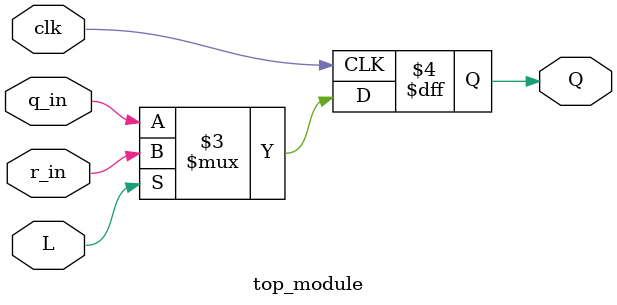
<source format=v>
module top_module (
	input clk,
	input L,
	input r_in,
	input q_in,
	output reg Q
        );

	always@(posedge clk)begin
	    Q <= L == 1'b1 ? r_in : q_in; 
	end

endmodule

</source>
